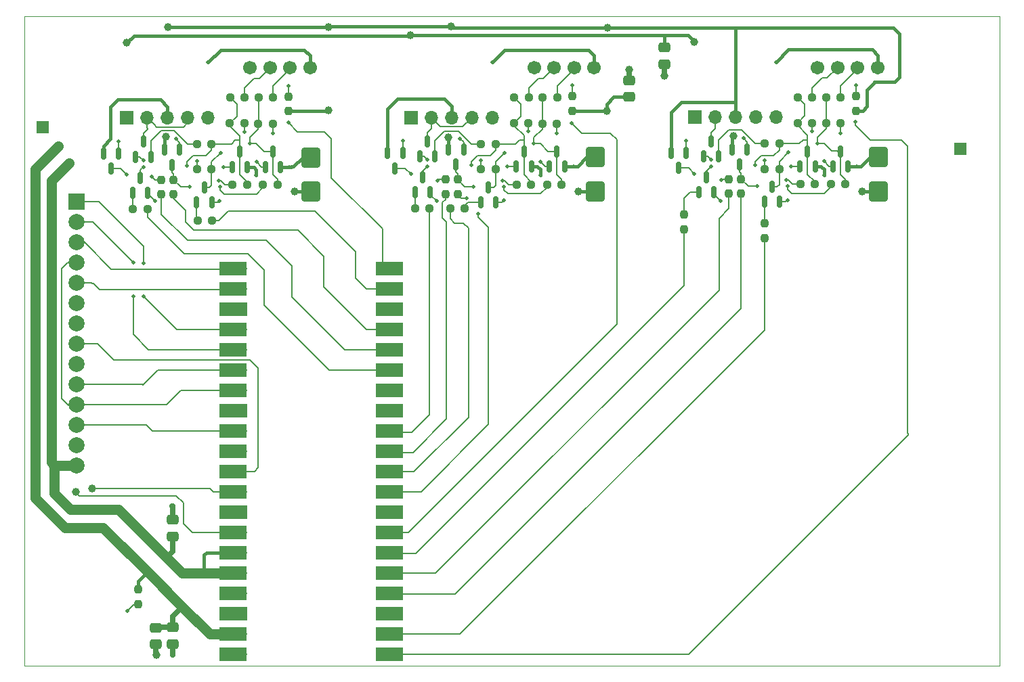
<source format=gbr>
%TF.GenerationSoftware,KiCad,Pcbnew,8.0.8*%
%TF.CreationDate,2025-11-10T08:34:54-07:00*%
%TF.ProjectId,WiegandTest,57696567-616e-4645-9465-73742e6b6963,A*%
%TF.SameCoordinates,Original*%
%TF.FileFunction,Copper,L1,Top*%
%TF.FilePolarity,Positive*%
%FSLAX46Y46*%
G04 Gerber Fmt 4.6, Leading zero omitted, Abs format (unit mm)*
G04 Created by KiCad (PCBNEW 8.0.8) date 2025-11-10 08:34:54*
%MOMM*%
%LPD*%
G01*
G04 APERTURE LIST*
G04 Aperture macros list*
%AMRoundRect*
0 Rectangle with rounded corners*
0 $1 Rounding radius*
0 $2 $3 $4 $5 $6 $7 $8 $9 X,Y pos of 4 corners*
0 Add a 4 corners polygon primitive as box body*
4,1,4,$2,$3,$4,$5,$6,$7,$8,$9,$2,$3,0*
0 Add four circle primitives for the rounded corners*
1,1,$1+$1,$2,$3*
1,1,$1+$1,$4,$5*
1,1,$1+$1,$6,$7*
1,1,$1+$1,$8,$9*
0 Add four rect primitives between the rounded corners*
20,1,$1+$1,$2,$3,$4,$5,0*
20,1,$1+$1,$4,$5,$6,$7,0*
20,1,$1+$1,$6,$7,$8,$9,0*
20,1,$1+$1,$8,$9,$2,$3,0*%
G04 Aperture macros list end*
%TA.AperFunction,ComponentPad*%
%ADD10C,1.701800*%
%TD*%
%TA.AperFunction,SMDPad,CuDef*%
%ADD11RoundRect,0.150000X-0.150000X0.587500X-0.150000X-0.587500X0.150000X-0.587500X0.150000X0.587500X0*%
%TD*%
%TA.AperFunction,SMDPad,CuDef*%
%ADD12RoundRect,0.237500X-0.250000X-0.237500X0.250000X-0.237500X0.250000X0.237500X-0.250000X0.237500X0*%
%TD*%
%TA.AperFunction,SMDPad,CuDef*%
%ADD13RoundRect,0.237500X0.250000X0.237500X-0.250000X0.237500X-0.250000X-0.237500X0.250000X-0.237500X0*%
%TD*%
%TA.AperFunction,ComponentPad*%
%ADD14R,1.500000X1.500000*%
%TD*%
%TA.AperFunction,SMDPad,CuDef*%
%ADD15RoundRect,0.150000X0.150000X-0.587500X0.150000X0.587500X-0.150000X0.587500X-0.150000X-0.587500X0*%
%TD*%
%TA.AperFunction,SMDPad,CuDef*%
%ADD16RoundRect,0.237500X-0.237500X0.250000X-0.237500X-0.250000X0.237500X-0.250000X0.237500X0.250000X0*%
%TD*%
%TA.AperFunction,SMDPad,CuDef*%
%ADD17RoundRect,0.250000X0.475000X-0.337500X0.475000X0.337500X-0.475000X0.337500X-0.475000X-0.337500X0*%
%TD*%
%TA.AperFunction,SMDPad,CuDef*%
%ADD18RoundRect,0.250000X-0.475000X0.337500X-0.475000X-0.337500X0.475000X-0.337500X0.475000X0.337500X0*%
%TD*%
%TA.AperFunction,ComponentPad*%
%ADD19R,1.700000X1.700000*%
%TD*%
%TA.AperFunction,ComponentPad*%
%ADD20O,1.700000X1.700000*%
%TD*%
%TA.AperFunction,SMDPad,CuDef*%
%ADD21RoundRect,0.250000X-0.900000X1.000000X-0.900000X-1.000000X0.900000X-1.000000X0.900000X1.000000X0*%
%TD*%
%TA.AperFunction,SMDPad,CuDef*%
%ADD22RoundRect,0.237500X0.237500X-0.250000X0.237500X0.250000X-0.237500X0.250000X-0.237500X-0.250000X0*%
%TD*%
%TA.AperFunction,SMDPad,CuDef*%
%ADD23R,3.500000X1.700000*%
%TD*%
%TA.AperFunction,ComponentPad*%
%ADD24R,2.000000X2.000000*%
%TD*%
%TA.AperFunction,ComponentPad*%
%ADD25C,2.000000*%
%TD*%
%TA.AperFunction,ViaPad*%
%ADD26C,1.000000*%
%TD*%
%TA.AperFunction,ViaPad*%
%ADD27C,0.500000*%
%TD*%
%TA.AperFunction,Conductor*%
%ADD28C,1.270000*%
%TD*%
%TA.AperFunction,Conductor*%
%ADD29C,0.381000*%
%TD*%
%TA.AperFunction,Conductor*%
%ADD30C,0.635000*%
%TD*%
%TA.AperFunction,Conductor*%
%ADD31C,0.203200*%
%TD*%
%TA.AperFunction,Profile*%
%ADD32C,0.050000*%
%TD*%
G04 APERTURE END LIST*
D10*
%TO.P,J10,1,Pin_1*%
%TO.N,GND*%
X98033200Y-58572400D03*
%TO.P,J10,2,Pin_2*%
%TO.N,Net-(J10-Pin_2)*%
X100533200Y-58572400D03*
%TO.P,J10,3,Pin_3*%
%TO.N,Net-(J10-Pin_3)*%
X103033200Y-58572400D03*
%TO.P,J10,4,Pin_4*%
%TO.N,Net-(J10-Pin_4)*%
X105533200Y-58572400D03*
%TD*%
D11*
%TO.P,D6,1,A*%
%TO.N,GND*%
X160197200Y-68766300D03*
%TO.P,D6,2,K*%
%TO.N,+3V3*%
X158297200Y-68766300D03*
%TO.P,D6,3,common*%
%TO.N,Net-(D6-common)*%
X159247200Y-70641300D03*
%TD*%
D12*
%TO.P,R29,1*%
%TO.N,Net-(D17-Pad2)*%
X91405700Y-68097400D03*
%TO.P,R29,2*%
%TO.N,Net-(D19-common)*%
X93230700Y-68097400D03*
%TD*%
D11*
%TO.P,D4,1,A*%
%TO.N,GND*%
X152576700Y-69217300D03*
%TO.P,D4,2,K*%
%TO.N,+3V3*%
X150676700Y-69217300D03*
%TO.P,D4,3,common*%
%TO.N,Net-(D4-common)*%
X151626700Y-71092300D03*
%TD*%
D13*
%TO.P,R35,1*%
%TO.N,Net-(D21-common)*%
X101485700Y-73177400D03*
%TO.P,R35,2*%
%TO.N,Net-(D22-common)*%
X99660700Y-73177400D03*
%TD*%
D14*
%TO.P,TP2,1,1*%
%TO.N,GND*%
X72110600Y-65989200D03*
%TD*%
D15*
%TO.P,Q1,1,G*%
%TO.N,Net-(Q1-G)*%
X154128300Y-74114900D03*
%TO.P,Q1,2,S*%
%TO.N,GND*%
X156028300Y-74114900D03*
%TO.P,Q1,3,D*%
%TO.N,Net-(D3-common)*%
X155078300Y-72239900D03*
%TD*%
%TO.P,D1,1*%
%TO.N,Net-(D1-Pad1)*%
X154715800Y-69619100D03*
%TO.P,D1,2*%
%TO.N,Net-(D1-Pad2)*%
X156615800Y-69619100D03*
%TO.P,D1,3*%
%TO.N,Net-(J1-Pin_2)*%
X155665800Y-67744100D03*
%TD*%
D16*
%TO.P,R12,1*%
%TO.N,Net-(Q2-G)*%
X162331400Y-78030700D03*
%TO.P,R12,2*%
%TO.N,/CPU/{slash}DA1_TX*%
X162331400Y-79855700D03*
%TD*%
D15*
%TO.P,Q7,1,G*%
%TO.N,Net-(Q7-G)*%
X91368200Y-75384900D03*
%TO.P,Q7,2,S*%
%TO.N,GND*%
X93268200Y-75384900D03*
%TO.P,Q7,3,D*%
%TO.N,Net-(D21-common)*%
X92318200Y-73509900D03*
%TD*%
%TO.P,Q2,1,G*%
%TO.N,Net-(Q2-G)*%
X162335800Y-75334100D03*
%TO.P,Q2,2,S*%
%TO.N,GND*%
X164235800Y-75334100D03*
%TO.P,Q2,3,D*%
%TO.N,Net-(D5-common)*%
X163285800Y-73459100D03*
%TD*%
D12*
%TO.P,R27,1*%
%TO.N,Net-(Q4-G)*%
X118639900Y-76168400D03*
%TO.P,R27,2*%
%TO.N,/CPU/{slash}DB0_TX*%
X120464900Y-76168400D03*
%TD*%
%TO.P,R10,1*%
%TO.N,Net-(D5-common)*%
X170029500Y-65506600D03*
%TO.P,R10,2*%
%TO.N,GND*%
X171854500Y-65506600D03*
%TD*%
D11*
%TO.P,D22,1,A*%
%TO.N,GND*%
X89229600Y-68817100D03*
%TO.P,D22,2,K*%
%TO.N,+3V3*%
X87329600Y-68817100D03*
%TO.P,D22,3,common*%
%TO.N,Net-(D22-common)*%
X88279600Y-70692100D03*
%TD*%
D17*
%TO.P,C6,1*%
%TO.N,+3V3*%
X145409600Y-62200700D03*
%TO.P,C6,2*%
%TO.N,GND*%
X145409600Y-60125700D03*
%TD*%
D16*
%TO.P,R5,1*%
%TO.N,Net-(D4-common)*%
X157911800Y-72493500D03*
%TO.P,R5,2*%
%TO.N,/CPU/DA0_RX*%
X157911800Y-74318500D03*
%TD*%
D18*
%TO.P,C1,1*%
%TO.N,+5V*%
X88366600Y-128578700D03*
%TO.P,C1,2*%
%TO.N,GND*%
X88366600Y-130653700D03*
%TD*%
D16*
%TO.P,R13,1*%
%TO.N,Net-(D7-A)*%
X173786800Y-62104900D03*
%TO.P,R13,2*%
%TO.N,+3V3*%
X173786800Y-63929900D03*
%TD*%
%TO.P,R24,1*%
%TO.N,Net-(D16-common)*%
X123972000Y-72512700D03*
%TO.P,R24,2*%
%TO.N,/CPU/DB0_RX*%
X123972000Y-74337700D03*
%TD*%
D18*
%TO.P,C4,1*%
%TO.N,+5V*%
X149822000Y-56032400D03*
%TO.P,C4,2*%
%TO.N,GND*%
X149822000Y-58107400D03*
%TD*%
D14*
%TO.P,TP1,1,1*%
%TO.N,GND*%
X186842400Y-68656200D03*
%TD*%
D12*
%TO.P,R9,1*%
%TO.N,Net-(D3-common)*%
X166473500Y-65455800D03*
%TO.P,R9,2*%
%TO.N,GND*%
X168298500Y-65455800D03*
%TD*%
D15*
%TO.P,Q4,1,G*%
%TO.N,Net-(Q4-G)*%
X118664500Y-74134100D03*
%TO.P,Q4,2,S*%
%TO.N,GND*%
X120564500Y-74134100D03*
%TO.P,Q4,3,D*%
%TO.N,Net-(D13-common)*%
X119614500Y-72259100D03*
%TD*%
D16*
%TO.P,R8,1*%
%TO.N,Net-(D6-common)*%
X159435800Y-72493500D03*
%TO.P,R8,2*%
%TO.N,/CPU/DA1_RX*%
X159435800Y-74318500D03*
%TD*%
D19*
%TO.P,J1,1,Pin_1*%
%TO.N,+5V*%
X153613400Y-64750800D03*
D20*
%TO.P,J1,2,Pin_2*%
%TO.N,Net-(J1-Pin_2)*%
X156153400Y-64750800D03*
%TO.P,J1,3,Pin_3*%
%TO.N,+3V3*%
X158693400Y-64750800D03*
%TO.P,J1,4,Pin_4*%
%TO.N,Net-(J1-Pin_2)*%
X161233400Y-64750800D03*
%TO.P,J1,5,Pin_5*%
%TO.N,Net-(J1-Pin_5)*%
X163773400Y-64750800D03*
%TD*%
D11*
%TO.P,D14,1,A*%
%TO.N,GND*%
X117112900Y-69236500D03*
%TO.P,D14,2,K*%
%TO.N,+3V3*%
X115212900Y-69236500D03*
%TO.P,D14,3,common*%
%TO.N,Net-(D14-common)*%
X116162900Y-71111500D03*
%TD*%
D12*
%TO.P,R1,1*%
%TO.N,Net-(D1-Pad2)*%
X162373300Y-68046600D03*
%TO.P,R1,2*%
%TO.N,Net-(D3-common)*%
X164198300Y-68046600D03*
%TD*%
D13*
%TO.P,R32,1*%
%TO.N,Net-(D19-common)*%
X97675700Y-73177400D03*
%TO.P,R32,2*%
%TO.N,Net-(D20-common)*%
X95850700Y-73177400D03*
%TD*%
D11*
%TO.P,D20,1,A*%
%TO.N,GND*%
X81609100Y-69268100D03*
%TO.P,D20,2,K*%
%TO.N,+3V3*%
X79709100Y-69268100D03*
%TO.P,D20,3,common*%
%TO.N,Net-(D20-common)*%
X80659100Y-71143100D03*
%TD*%
D13*
%TO.P,R19,1*%
%TO.N,Net-(J7-Pin_2)*%
X132860100Y-62249200D03*
%TO.P,R19,2*%
%TO.N,Net-(D13-common)*%
X131035100Y-62249200D03*
%TD*%
D17*
%TO.P,C2,1*%
%TO.N,+3V3*%
X88341200Y-117166300D03*
%TO.P,C2,2*%
%TO.N,GND*%
X88341200Y-115091300D03*
%TD*%
D15*
%TO.P,D3,1,A*%
%TO.N,GND*%
X166780800Y-70889100D03*
%TO.P,D3,2,K*%
%TO.N,Net-(D2-K)*%
X168680800Y-70889100D03*
%TO.P,D3,3,common*%
%TO.N,Net-(D3-common)*%
X167730800Y-69014100D03*
%TD*%
%TO.P,D17,1*%
%TO.N,Net-(D17-Pad1)*%
X83748200Y-69669900D03*
%TO.P,D17,2*%
%TO.N,Net-(D17-Pad2)*%
X85648200Y-69669900D03*
%TO.P,D17,3*%
%TO.N,Net-(J8-Pin_2)*%
X84698200Y-67794900D03*
%TD*%
D11*
%TO.P,D16,1,A*%
%TO.N,GND*%
X124733400Y-68785500D03*
%TO.P,D16,2,K*%
%TO.N,+3V3*%
X122833400Y-68785500D03*
%TO.P,D16,3,common*%
%TO.N,Net-(D16-common)*%
X123783400Y-70660500D03*
%TD*%
D15*
%TO.P,D19,1,A*%
%TO.N,GND*%
X95813200Y-70939900D03*
%TO.P,D19,2,K*%
%TO.N,Net-(D18-K)*%
X97713200Y-70939900D03*
%TO.P,D19,3,common*%
%TO.N,Net-(D19-common)*%
X96763200Y-69064900D03*
%TD*%
D13*
%TO.P,R34,1*%
%TO.N,Net-(J10-Pin_3)*%
X100912300Y-62280800D03*
%TO.P,R34,2*%
%TO.N,Net-(D21-common)*%
X99087300Y-62280800D03*
%TD*%
D15*
%TO.P,Q6,1,G*%
%TO.N,Net-(Q6-G)*%
X83352600Y-74165700D03*
%TO.P,Q6,2,S*%
%TO.N,GND*%
X85252600Y-74165700D03*
%TO.P,Q6,3,D*%
%TO.N,Net-(D19-common)*%
X84302600Y-72290700D03*
%TD*%
D13*
%TO.P,R7,1*%
%TO.N,Net-(D5-common)*%
X172453300Y-73126600D03*
%TO.P,R7,2*%
%TO.N,Net-(D6-common)*%
X170628300Y-73126600D03*
%TD*%
D18*
%TO.P,C3,1*%
%TO.N,+5V*%
X86283800Y-128600200D03*
%TO.P,C3,2*%
%TO.N,GND*%
X86283800Y-130675200D03*
%TD*%
D12*
%TO.P,R2,1*%
%TO.N,Net-(D1-Pad1)*%
X162373300Y-71221600D03*
%TO.P,R2,2*%
%TO.N,Net-(D5-common)*%
X164198300Y-71221600D03*
%TD*%
D21*
%TO.P,D2,1,K*%
%TO.N,Net-(D2-K)*%
X176620800Y-69706600D03*
%TO.P,D2,2,A*%
%TO.N,GND*%
X176620800Y-74006600D03*
%TD*%
D16*
%TO.P,R41,1*%
%TO.N,Net-(D23-A)*%
X138323000Y-62124100D03*
%TO.P,R41,2*%
%TO.N,+3V3*%
X138323000Y-63949100D03*
%TD*%
D13*
%TO.P,R20,1*%
%TO.N,Net-(D13-common)*%
X133179500Y-73145800D03*
%TO.P,R20,2*%
%TO.N,Net-(D14-common)*%
X131354500Y-73145800D03*
%TD*%
D21*
%TO.P,D12,1,K*%
%TO.N,Net-(D12-K)*%
X141157000Y-69725800D03*
%TO.P,D12,2,A*%
%TO.N,GND*%
X141157000Y-74025800D03*
%TD*%
D12*
%TO.P,R25,1*%
%TO.N,Net-(D13-common)*%
X131009700Y-65475000D03*
%TO.P,R25,2*%
%TO.N,GND*%
X132834700Y-65475000D03*
%TD*%
%TO.P,R18,1*%
%TO.N,Net-(D11-Pad1)*%
X126909500Y-71240800D03*
%TO.P,R18,2*%
%TO.N,Net-(D15-common)*%
X128734500Y-71240800D03*
%TD*%
%TO.P,R30,1*%
%TO.N,Net-(D17-Pad1)*%
X91405700Y-71272400D03*
%TO.P,R30,2*%
%TO.N,Net-(D21-common)*%
X93230700Y-71272400D03*
%TD*%
D10*
%TO.P,J7,1,Pin_1*%
%TO.N,GND*%
X133537000Y-58540800D03*
%TO.P,J7,2,Pin_2*%
%TO.N,Net-(J7-Pin_2)*%
X136037000Y-58540800D03*
%TO.P,J7,3,Pin_3*%
%TO.N,Net-(J7-Pin_3)*%
X138537000Y-58540800D03*
%TO.P,J7,4,Pin_4*%
%TO.N,Net-(J5-Pin_5)*%
X141037000Y-58540800D03*
%TD*%
D12*
%TO.P,R17,1*%
%TO.N,Net-(D11-Pad2)*%
X126909500Y-68065800D03*
%TO.P,R17,2*%
%TO.N,Net-(D13-common)*%
X128734500Y-68065800D03*
%TD*%
D15*
%TO.P,D21,1,A*%
%TO.N,GND*%
X99943200Y-70939900D03*
%TO.P,D21,2,K*%
%TO.N,Net-(D18-K)*%
X101843200Y-70939900D03*
%TO.P,D21,3,common*%
%TO.N,Net-(D21-common)*%
X100893200Y-69064900D03*
%TD*%
D12*
%TO.P,R38,1*%
%TO.N,Net-(D21-common)*%
X99061900Y-65557400D03*
%TO.P,R38,2*%
%TO.N,GND*%
X100886900Y-65557400D03*
%TD*%
D15*
%TO.P,Q5,1,G*%
%TO.N,Net-(Q5-G)*%
X126872000Y-75353300D03*
%TO.P,Q5,2,S*%
%TO.N,GND*%
X128772000Y-75353300D03*
%TO.P,Q5,3,D*%
%TO.N,Net-(D15-common)*%
X127822000Y-73478300D03*
%TD*%
D13*
%TO.P,R31,1*%
%TO.N,Net-(J10-Pin_2)*%
X97356300Y-62280800D03*
%TO.P,R31,2*%
%TO.N,Net-(D19-common)*%
X95531300Y-62280800D03*
%TD*%
D10*
%TO.P,J3,1,Pin_1*%
%TO.N,GND*%
X169000800Y-58521600D03*
%TO.P,J3,2,Pin_2*%
%TO.N,Net-(J3-Pin_2)*%
X171500800Y-58521600D03*
%TO.P,J3,3,Pin_3*%
%TO.N,Net-(J3-Pin_3)*%
X174000800Y-58521600D03*
%TO.P,J3,4,Pin_4*%
%TO.N,Net-(J1-Pin_5)*%
X176500800Y-58521600D03*
%TD*%
D16*
%TO.P,R36,1*%
%TO.N,Net-(D22-common)*%
X88468200Y-72544300D03*
%TO.P,R36,2*%
%TO.N,/CPU/DC1_RX*%
X88468200Y-74369300D03*
%TD*%
%TO.P,R21,1*%
%TO.N,Net-(D14-common)*%
X122448000Y-72512700D03*
%TO.P,R21,2*%
%TO.N,/CPU/DB1_RX*%
X122448000Y-74337700D03*
%TD*%
D13*
%TO.P,R23,1*%
%TO.N,Net-(D15-common)*%
X136989500Y-73145800D03*
%TO.P,R23,2*%
%TO.N,Net-(D16-common)*%
X135164500Y-73145800D03*
%TD*%
D12*
%TO.P,R40,1*%
%TO.N,Net-(Q7-G)*%
X91467300Y-77673200D03*
%TO.P,R40,2*%
%TO.N,/CPU/{slash}DC1_TX*%
X93292300Y-77673200D03*
%TD*%
D13*
%TO.P,R3,1*%
%TO.N,Net-(J3-Pin_2)*%
X168323900Y-62230000D03*
%TO.P,R3,2*%
%TO.N,Net-(D3-common)*%
X166498900Y-62230000D03*
%TD*%
D15*
%TO.P,D11,1*%
%TO.N,Net-(D11-Pad1)*%
X119252000Y-69638300D03*
%TO.P,D11,2*%
%TO.N,Net-(D11-Pad2)*%
X121152000Y-69638300D03*
%TO.P,D11,3*%
%TO.N,Net-(J5-Pin_2)*%
X120202000Y-67763300D03*
%TD*%
D13*
%TO.P,R6,1*%
%TO.N,Net-(J3-Pin_3)*%
X171879900Y-62230000D03*
%TO.P,R6,2*%
%TO.N,Net-(D5-common)*%
X170054900Y-62230000D03*
%TD*%
D15*
%TO.P,D5,1,A*%
%TO.N,GND*%
X170910800Y-70889100D03*
%TO.P,D5,2,K*%
%TO.N,Net-(D2-K)*%
X172810800Y-70889100D03*
%TO.P,D5,3,common*%
%TO.N,Net-(D5-common)*%
X171860800Y-69014100D03*
%TD*%
D16*
%TO.P,R42,1*%
%TO.N,Net-(D24-A)*%
X102819200Y-62155700D03*
%TO.P,R42,2*%
%TO.N,+3V3*%
X102819200Y-63980700D03*
%TD*%
D22*
%TO.P,R14,1*%
%TO.N,Net-(D9-A)*%
X84074000Y-125651900D03*
%TO.P,R14,2*%
%TO.N,+5V*%
X84074000Y-123826900D03*
%TD*%
D21*
%TO.P,D18,1,K*%
%TO.N,Net-(D18-K)*%
X105653200Y-69757400D03*
%TO.P,D18,2,A*%
%TO.N,GND*%
X105653200Y-74057400D03*
%TD*%
D13*
%TO.P,R4,1*%
%TO.N,Net-(D3-common)*%
X168643300Y-73126600D03*
%TO.P,R4,2*%
%TO.N,Net-(D4-common)*%
X166818300Y-73126600D03*
%TD*%
D15*
%TO.P,D15,1,A*%
%TO.N,GND*%
X135447000Y-70908300D03*
%TO.P,D15,2,K*%
%TO.N,Net-(D12-K)*%
X137347000Y-70908300D03*
%TO.P,D15,3,common*%
%TO.N,Net-(D15-common)*%
X136397000Y-69033300D03*
%TD*%
D12*
%TO.P,R37,1*%
%TO.N,Net-(D19-common)*%
X95505900Y-65506600D03*
%TO.P,R37,2*%
%TO.N,GND*%
X97330900Y-65506600D03*
%TD*%
D20*
%TO.P,U1,1,GPIO0_TX0_SDA0_MISO0*%
%TO.N,/CPU/ACTIVE_A*%
X114579400Y-131927600D03*
D23*
X115479400Y-131927600D03*
D20*
%TO.P,U1,2,GPIO1_RX0_SCL0_CS0*%
%TO.N,/CPU/{slash}DA1_TX*%
X114579400Y-129387600D03*
D23*
X115479400Y-129387600D03*
D19*
%TO.P,U1,3,GND*%
%TO.N,GND*%
X114579400Y-126847600D03*
D23*
X115479400Y-126847600D03*
D20*
%TO.P,U1,4,GPIO2_SCK0*%
%TO.N,/CPU/DA1_RX*%
X114579400Y-124307600D03*
D23*
X115479400Y-124307600D03*
D20*
%TO.P,U1,5,GPIO3_MOSI0*%
%TO.N,/CPU/DA0_RX*%
X114579400Y-121767600D03*
D23*
X115479400Y-121767600D03*
D20*
%TO.P,U1,6,GPIO4_TX1_MISO0*%
%TO.N,/CPU/{slash}DA0_TX*%
X114579400Y-119227600D03*
D23*
X115479400Y-119227600D03*
D20*
%TO.P,U1,7,GPIO5_RX1_CS0*%
%TO.N,/CPU/ACTIVE_B*%
X114579400Y-116687600D03*
D23*
X115479400Y-116687600D03*
D19*
%TO.P,U1,8,GND*%
%TO.N,GND*%
X114579400Y-114147600D03*
D23*
X115479400Y-114147600D03*
D20*
%TO.P,U1,9,GPIO6_SCK0*%
%TO.N,/CPU/DB0_RX*%
X114579400Y-111607600D03*
D23*
X115479400Y-111607600D03*
D20*
%TO.P,U1,10,GPIO7_MOSI0*%
%TO.N,/CPU/{slash}DB1_TX*%
X114579400Y-109067600D03*
D23*
X115479400Y-109067600D03*
D20*
%TO.P,U1,11,GPIO8*%
%TO.N,/CPU/DB1_RX*%
X114579400Y-106527600D03*
D23*
X115479400Y-106527600D03*
D20*
%TO.P,U1,12,GPIO9*%
%TO.N,/CPU/{slash}DB0_TX*%
X114579400Y-103987600D03*
D23*
X115479400Y-103987600D03*
D19*
%TO.P,U1,13,GND*%
%TO.N,GND*%
X114579400Y-101447600D03*
D23*
X115479400Y-101447600D03*
D20*
%TO.P,U1,14,GPIO10*%
%TO.N,unconnected-(U1-GPIO10-Pad14)*%
X114579400Y-98907600D03*
D23*
%TO.N,unconnected-(U1-GPIO10-Pad14)_1*%
X115479400Y-98907600D03*
D20*
%TO.P,U1,15,GPIO11*%
%TO.N,/CPU/{slash}DC0_TX*%
X114579400Y-96367600D03*
D23*
X115479400Y-96367600D03*
D20*
%TO.P,U1,16,GPIO12/UART0TX*%
%TO.N,/CPU/DC0_RX*%
X114579400Y-93827600D03*
D23*
X115479400Y-93827600D03*
D20*
%TO.P,U1,17,GPIO13/UART0RX*%
%TO.N,/CPU/DC1_RX*%
X114579400Y-91287600D03*
D23*
X115479400Y-91287600D03*
D19*
%TO.P,U1,18,GND*%
%TO.N,GND*%
X114579400Y-88747600D03*
D23*
X115479400Y-88747600D03*
D20*
%TO.P,U1,19,GPIO14/I2C1SDA*%
%TO.N,/CPU/{slash}DC1_TX*%
X114579400Y-86207600D03*
D23*
X115479400Y-86207600D03*
D20*
%TO.P,U1,20,GPIO15/I2C1SCL*%
%TO.N,/CPU/ACTIVE_C*%
X114579400Y-83667600D03*
D23*
X115479400Y-83667600D03*
D20*
%TO.P,U1,21,GPIO16_TX0_SDA0*%
%TO.N,SDA0*%
X96799400Y-83667600D03*
D23*
X95899400Y-83667600D03*
D20*
%TO.P,U1,22,GPIO17_RX0_SCL0*%
%TO.N,SCL0*%
X96799400Y-86207600D03*
D23*
X95899400Y-86207600D03*
D19*
%TO.P,U1,23,GND*%
%TO.N,GND*%
X96799400Y-88747600D03*
D23*
X95899400Y-88747600D03*
D20*
%TO.P,U1,24,GPIO18*%
%TO.N,SD_CS*%
X96799400Y-91287600D03*
D23*
X95899400Y-91287600D03*
D20*
%TO.P,U1,25,GPIO19*%
%TO.N,CTP_INT*%
X96799400Y-93827600D03*
D23*
X95899400Y-93827600D03*
D20*
%TO.P,U1,26,GPIO20*%
%TO.N,LCD_RS*%
X96799400Y-96367600D03*
D23*
X95899400Y-96367600D03*
D20*
%TO.P,U1,27,GPIO21*%
%TO.N,LCD_RST*%
X96799400Y-98907600D03*
D23*
X95899400Y-98907600D03*
D19*
%TO.P,U1,28,GND*%
%TO.N,GND*%
X96799400Y-101447600D03*
D23*
X95899400Y-101447600D03*
D20*
%TO.P,U1,29,GPIO22*%
%TO.N,LCD_CS*%
X96799400Y-103987600D03*
D23*
X95899400Y-103987600D03*
D20*
%TO.P,U1,30,RUN*%
%TO.N,unconnected-(U1-RUN-Pad30)_1*%
X96799400Y-106527600D03*
D23*
%TO.N,unconnected-(U1-RUN-Pad30)*%
X95899400Y-106527600D03*
D20*
%TO.P,U1,31,GPIO26_ADC0*%
%TO.N,LCD_SCK*%
X96799400Y-109067600D03*
D23*
X95899400Y-109067600D03*
D20*
%TO.P,U1,32,GPIO27_ADC1*%
%TO.N,LCD_MOSI*%
X96799400Y-111607600D03*
D23*
X95899400Y-111607600D03*
D19*
%TO.P,U1,33,AGND*%
%TO.N,GND*%
X96799400Y-114147600D03*
D23*
X95899400Y-114147600D03*
D20*
%TO.P,U1,34,GPIO28_ADC2*%
%TO.N,LCD_MISO*%
X96799400Y-116687600D03*
D23*
X95899400Y-116687600D03*
D20*
%TO.P,U1,35,ADC_VREF*%
%TO.N,+3V3*%
X96799400Y-119227600D03*
D23*
X95899400Y-119227600D03*
D20*
%TO.P,U1,36,3V3*%
X96799400Y-121767600D03*
D23*
X95899400Y-121767600D03*
D20*
%TO.P,U1,37,3V3_EN*%
%TO.N,unconnected-(U1-3V3_EN-Pad37)_1*%
X96799400Y-124307600D03*
D23*
%TO.N,unconnected-(U1-3V3_EN-Pad37)*%
X95899400Y-124307600D03*
D19*
%TO.P,U1,38,GND*%
%TO.N,GND*%
X96799400Y-126847600D03*
D23*
X95899400Y-126847600D03*
D20*
%TO.P,U1,39,VSYS*%
%TO.N,+5V*%
X96799400Y-129387600D03*
D23*
X95899400Y-129387600D03*
D20*
%TO.P,U1,40,VBUS*%
%TO.N,unconnected-(U1-VBUS-Pad40)*%
X96799400Y-131927600D03*
D23*
%TO.N,unconnected-(U1-VBUS-Pad40)_1*%
X95899400Y-131927600D03*
%TD*%
D12*
%TO.P,R26,1*%
%TO.N,Net-(D15-common)*%
X134565700Y-65525800D03*
%TO.P,R26,2*%
%TO.N,GND*%
X136390700Y-65525800D03*
%TD*%
D16*
%TO.P,R33,1*%
%TO.N,Net-(D20-common)*%
X86944200Y-72544300D03*
%TO.P,R33,2*%
%TO.N,/CPU/DC0_RX*%
X86944200Y-74369300D03*
%TD*%
%TO.P,R11,1*%
%TO.N,Net-(Q1-G)*%
X152298400Y-76913100D03*
%TO.P,R11,2*%
%TO.N,/CPU/{slash}DA0_TX*%
X152298400Y-78738100D03*
%TD*%
D15*
%TO.P,D13,1,A*%
%TO.N,GND*%
X131317000Y-70908300D03*
%TO.P,D13,2,K*%
%TO.N,Net-(D12-K)*%
X133217000Y-70908300D03*
%TO.P,D13,3,common*%
%TO.N,Net-(D13-common)*%
X132267000Y-69033300D03*
%TD*%
D12*
%TO.P,R39,1*%
%TO.N,Net-(Q6-G)*%
X83390100Y-76250800D03*
%TO.P,R39,2*%
%TO.N,/CPU/{slash}DC0_TX*%
X85215100Y-76250800D03*
%TD*%
D13*
%TO.P,R22,1*%
%TO.N,Net-(J7-Pin_3)*%
X136416100Y-62249200D03*
%TO.P,R22,2*%
%TO.N,Net-(D15-common)*%
X134591100Y-62249200D03*
%TD*%
D19*
%TO.P,J5,1,Pin_1*%
%TO.N,+5V*%
X118149600Y-64770000D03*
D20*
%TO.P,J5,2,Pin_2*%
%TO.N,Net-(J5-Pin_2)*%
X120689600Y-64770000D03*
%TO.P,J5,3,Pin_3*%
%TO.N,+3V3*%
X123229600Y-64770000D03*
%TO.P,J5,4,Pin_4*%
%TO.N,Net-(J5-Pin_2)*%
X125769600Y-64770000D03*
%TO.P,J5,5,Pin_5*%
%TO.N,Net-(J5-Pin_5)*%
X128309600Y-64770000D03*
%TD*%
D19*
%TO.P,J8,1,Pin_1*%
%TO.N,+5V*%
X82645800Y-64801600D03*
D20*
%TO.P,J8,2,Pin_2*%
%TO.N,Net-(J8-Pin_2)*%
X85185800Y-64801600D03*
%TO.P,J8,3,Pin_3*%
%TO.N,+3V3*%
X87725800Y-64801600D03*
%TO.P,J8,4,Pin_4*%
%TO.N,Net-(J8-Pin_2)*%
X90265800Y-64801600D03*
%TO.P,J8,5,Pin_5*%
%TO.N,Net-(J10-Pin_4)*%
X92805800Y-64801600D03*
%TD*%
D13*
%TO.P,R28,1*%
%TO.N,Net-(Q5-G)*%
X124873700Y-76149200D03*
%TO.P,R28,2*%
%TO.N,/CPU/{slash}DB1_TX*%
X123048700Y-76149200D03*
%TD*%
D24*
%TO.P,J4,1,Pin_1*%
%TO.N,SD_CS*%
X76327000Y-75336400D03*
D25*
%TO.P,J4,2,Pin_2*%
%TO.N,CTP_INT*%
X76327000Y-77876400D03*
%TO.P,J4,3,Pin_3*%
%TO.N,SDA0*%
X76327000Y-80416400D03*
%TO.P,J4,4,Pin_4*%
%TO.N,LCD_RST*%
X76327000Y-82956400D03*
%TO.P,J4,5,Pin_5*%
%TO.N,SCL0*%
X76327000Y-85496400D03*
%TO.P,J4,6,Pin_6*%
%TO.N,LCD_MISO*%
X76327000Y-88036400D03*
%TO.P,J4,7,Pin_7*%
%TO.N,unconnected-(J4-Pin_7-Pad7)*%
X76327000Y-90576400D03*
%TO.P,J4,8,Pin_8*%
%TO.N,LCD_SCK*%
X76327000Y-93116400D03*
%TO.P,J4,9,Pin_9*%
%TO.N,LCD_MOSI*%
X76327000Y-95656400D03*
%TO.P,J4,10,Pin_10*%
%TO.N,LCD_RS*%
X76327000Y-98196400D03*
%TO.P,J4,11,Pin_11*%
%TO.N,LCD_RST*%
X76327000Y-100736400D03*
%TO.P,J4,12,Pin_12*%
%TO.N,LCD_CS*%
X76327000Y-103276400D03*
%TO.P,J4,13,Pin_13*%
%TO.N,GND*%
X76327000Y-105816400D03*
%TO.P,J4,14,Pin_14*%
%TO.N,+3V3*%
X76327000Y-108356400D03*
%TD*%
D26*
%TO.N,+5V*%
X82645800Y-55428600D03*
X153593800Y-55295800D03*
X118104600Y-54457600D03*
X74066400Y-68351400D03*
%TO.N,GND*%
X174574200Y-73990200D03*
D27*
X130195000Y-70910600D03*
X86156800Y-75184000D03*
D26*
X145435000Y-58801000D03*
D27*
X169799000Y-70256400D03*
X156819600Y-75184000D03*
D26*
X86334600Y-132003800D03*
D27*
X124251400Y-67380000D03*
X159715200Y-67360800D03*
X171856400Y-66725800D03*
D26*
X149809200Y-59537600D03*
D27*
X129737800Y-75152400D03*
X88315800Y-113385600D03*
X88747600Y-67411600D03*
X152577800Y-67691000D03*
X98831400Y-70307200D03*
X117114000Y-67710200D03*
D26*
X103606600Y-74041000D03*
D27*
X100888800Y-66776600D03*
X134335200Y-70275600D03*
X88392000Y-132003800D03*
X168300400Y-66497200D03*
X132836600Y-66516400D03*
D26*
X139110400Y-74009400D03*
D27*
X136392600Y-66745000D03*
X121355800Y-75203200D03*
X97332800Y-66548000D03*
X165201600Y-75133200D03*
X94691200Y-70942200D03*
X94234000Y-75184000D03*
X165658800Y-70891400D03*
X81610200Y-67741800D03*
D26*
%TO.N,+3V3*%
X122833400Y-67291400D03*
X142641000Y-63982600D03*
X142691800Y-53543200D03*
X107848400Y-53416200D03*
X87477600Y-67175000D03*
X87745400Y-53416200D03*
X123184600Y-53390800D03*
X158445200Y-67124200D03*
X107823000Y-63906400D03*
X75387200Y-70459600D03*
D27*
%TO.N,Net-(D4-common)*%
X156921200Y-72618600D03*
X165049200Y-72618600D03*
X153593800Y-71831200D03*
%TO.N,Net-(D1-Pad1)*%
X155651200Y-70053200D03*
X162356800Y-70128003D03*
%TO.N,Net-(D2-K)*%
X173913800Y-70889100D03*
X169773600Y-71983600D03*
%TO.N,/CPU/DB0_RX*%
X125113839Y-74838426D03*
X126568200Y-76784200D03*
%TO.N,Net-(D6-common)*%
X161417000Y-73380600D03*
X165252400Y-73380600D03*
%TO.N,Net-(D7-A)*%
X173786800Y-60731400D03*
%TO.N,Net-(D14-common)*%
X118130000Y-71850400D03*
X121457400Y-72637800D03*
X129585400Y-72637800D03*
%TO.N,Net-(D9-A)*%
X82651600Y-126542800D03*
%TO.N,Net-(D11-Pad1)*%
X120187400Y-70072400D03*
X126893000Y-70147203D03*
%TO.N,Net-(D12-K)*%
X134309800Y-72002800D03*
X138450000Y-70908300D03*
%TO.N,Net-(D13-common)*%
X120187400Y-70910600D03*
X125673800Y-70758200D03*
%TO.N,Net-(J1-Pin_5)*%
X163773400Y-57841600D03*
%TO.N,Net-(D17-Pad1)*%
X91389200Y-70178803D03*
X84683600Y-70104000D03*
%TO.N,Net-(D18-K)*%
X102946200Y-70939900D03*
X98806000Y-72034400D03*
%TO.N,Net-(D19-common)*%
X84683600Y-70942200D03*
X90170000Y-70789800D03*
%TO.N,Net-(D21-common)*%
X98018600Y-68046600D03*
X94361000Y-69189600D03*
D26*
%TO.N,LCD_MOSI*%
X78257400Y-111175800D03*
D27*
%TO.N,Net-(D16-common)*%
X129788600Y-73399800D03*
X125953200Y-73399800D03*
%TO.N,Net-(D3-common)*%
X155651200Y-70891400D03*
X161137600Y-70739000D03*
%TO.N,Net-(D5-common)*%
X165328600Y-69138800D03*
X168986200Y-67995800D03*
%TO.N,Net-(D20-common)*%
X85775800Y-72186800D03*
X94081600Y-72669400D03*
X82626200Y-71882000D03*
%TO.N,Net-(D22-common)*%
X94284800Y-73431400D03*
X90449400Y-73431400D03*
%TO.N,Net-(D15-common)*%
X133522400Y-68015000D03*
X129864800Y-69158000D03*
%TO.N,Net-(J5-Pin_5)*%
X128309600Y-57860800D03*
%TO.N,CTP_INT*%
X83464400Y-87122000D03*
X83464400Y-82931000D03*
%TO.N,Net-(J10-Pin_4)*%
X92805800Y-57892400D03*
D26*
%TO.N,LCD_MISO*%
X76225400Y-111633000D03*
D27*
%TO.N,/CPU/ACTIVE_A*%
X173736000Y-65278000D03*
%TO.N,Net-(D23-A)*%
X138323000Y-60750600D03*
%TO.N,/CPU/ACTIVE_B*%
X138272200Y-65455800D03*
%TO.N,Net-(D24-A)*%
X102819200Y-60782200D03*
%TO.N,/CPU/ACTIVE_C*%
X102819200Y-65430400D03*
%TO.N,SD_CS*%
X84683600Y-87122000D03*
X84709000Y-83007200D03*
%TD*%
D28*
%TO.N,+5V*%
X71145400Y-71272400D02*
X74066400Y-68351400D01*
X93011986Y-129438400D02*
X89571693Y-125998107D01*
D29*
X84074000Y-123826900D02*
X84074000Y-122758200D01*
X82645800Y-55428600D02*
X83515200Y-54559200D01*
D28*
X96748600Y-129438400D02*
X93011986Y-129438400D01*
D29*
X84074000Y-122758200D02*
X85202893Y-121629307D01*
D30*
X88366600Y-128578700D02*
X86305300Y-128578700D01*
X88366600Y-128578700D02*
X88366600Y-127203200D01*
D28*
X79676986Y-116103400D02*
X74904600Y-116103400D01*
D29*
X149822000Y-56032400D02*
X149822000Y-54521000D01*
X149860000Y-54483000D02*
X149961600Y-54483000D01*
X149961600Y-54483000D02*
X152781000Y-54483000D01*
D30*
X86305300Y-128578700D02*
X86283800Y-128600200D01*
D29*
X83515200Y-54559200D02*
X118003000Y-54559200D01*
D28*
X85202893Y-121629307D02*
X79676986Y-116103400D01*
X89571693Y-125998107D02*
X85202893Y-121629307D01*
X71145400Y-112344200D02*
X71145400Y-71272400D01*
D29*
X152781000Y-54483000D02*
X153613400Y-55315400D01*
X149936200Y-54457600D02*
X149961600Y-54483000D01*
X118003000Y-54559200D02*
X118104600Y-54457600D01*
X118104600Y-54457600D02*
X149936200Y-54457600D01*
D28*
X96799400Y-129387600D02*
X96748600Y-129438400D01*
D30*
X88366600Y-127203200D02*
X89571693Y-125998107D01*
D29*
X149822000Y-54521000D02*
X149860000Y-54483000D01*
D28*
X74904600Y-116103400D02*
X71145400Y-112344200D01*
D30*
%TO.N,GND*%
X88366600Y-131978400D02*
X88392000Y-132003800D01*
D31*
X134967900Y-70908300D02*
X135447000Y-70908300D01*
X85252600Y-74279800D02*
X85252600Y-74165700D01*
X98831400Y-70307200D02*
X99464100Y-70939900D01*
X169799000Y-70256400D02*
X170431700Y-70889100D01*
X152576700Y-67692100D02*
X152577800Y-67691000D01*
X171856400Y-65508500D02*
X171854500Y-65506600D01*
X120564500Y-74134100D02*
X120564500Y-74411900D01*
X130195000Y-70910600D02*
X130474400Y-70910600D01*
D29*
X139126800Y-74025800D02*
X139110400Y-74009400D01*
D30*
X86283800Y-131953000D02*
X86334600Y-132003800D01*
D29*
X141157000Y-74025800D02*
X139126800Y-74025800D01*
D31*
X160197200Y-67842800D02*
X160197200Y-68766300D01*
X171856400Y-66725800D02*
X171856400Y-65508500D01*
D30*
X145409600Y-60125700D02*
X145409600Y-58826400D01*
D31*
X152576700Y-69217300D02*
X152576700Y-67692100D01*
D29*
X141140600Y-74009400D02*
X141157000Y-74025800D01*
D30*
X86283800Y-130675200D02*
X86283800Y-131953000D01*
D29*
X174590600Y-74006600D02*
X174574200Y-73990200D01*
X105636800Y-74041000D02*
X105653200Y-74057400D01*
D31*
X97332800Y-66548000D02*
X97332800Y-65508500D01*
X170431700Y-70889100D02*
X170910800Y-70889100D01*
X129536900Y-75353300D02*
X129737800Y-75152400D01*
D29*
X176604400Y-73990200D02*
X176620800Y-74006600D01*
D31*
X130476700Y-70908300D02*
X131317000Y-70908300D01*
X81609100Y-69268100D02*
X81609100Y-67742900D01*
X165940500Y-70889100D02*
X166780800Y-70889100D01*
X124251400Y-67380000D02*
X124733400Y-67862000D01*
X89229600Y-67893600D02*
X89229600Y-68817100D01*
X120564500Y-74411900D02*
X121355800Y-75203200D01*
X168300400Y-65457700D02*
X168298500Y-65455800D01*
X128772000Y-75353300D02*
X129536900Y-75353300D01*
X88747600Y-67411600D02*
X89229600Y-67893600D01*
X81609100Y-67742900D02*
X81610200Y-67741800D01*
X156028300Y-74114900D02*
X156028300Y-74392700D01*
X124733400Y-67862000D02*
X124733400Y-68785500D01*
X168300400Y-66497200D02*
X168300400Y-65457700D01*
X100888800Y-65559300D02*
X100886900Y-65557400D01*
D29*
X176620800Y-74006600D02*
X174590600Y-74006600D01*
D31*
X94691200Y-70942200D02*
X94970600Y-70942200D01*
X94970600Y-70942200D02*
X94972900Y-70939900D01*
X94033100Y-75384900D02*
X94234000Y-75184000D01*
X136392600Y-66745000D02*
X136392600Y-65527700D01*
X159715200Y-67360800D02*
X160197200Y-67842800D01*
X117112900Y-67711300D02*
X117114000Y-67710200D01*
X117112900Y-69236500D02*
X117112900Y-67711300D01*
D30*
X149822000Y-59524800D02*
X149809200Y-59537600D01*
X88341200Y-113411000D02*
X88315800Y-113385600D01*
X149822000Y-58107400D02*
X149822000Y-59524800D01*
D31*
X164235800Y-75334100D02*
X165000700Y-75334100D01*
X136392600Y-65527700D02*
X136390700Y-65525800D01*
D30*
X145409600Y-58826400D02*
X145435000Y-58801000D01*
D31*
X165658800Y-70891400D02*
X165938200Y-70891400D01*
X132836600Y-65476900D02*
X132834700Y-65475000D01*
X97332800Y-65508500D02*
X97330900Y-65506600D01*
X134335200Y-70275600D02*
X134967900Y-70908300D01*
X100888800Y-66776600D02*
X100888800Y-65559300D01*
X132836600Y-66516400D02*
X132836600Y-65476900D01*
X86156800Y-75184000D02*
X85252600Y-74279800D01*
D29*
X105653200Y-74057400D02*
X103623000Y-74057400D01*
D31*
X165000700Y-75334100D02*
X165201600Y-75133200D01*
X156028300Y-74392700D02*
X156819600Y-75184000D01*
X93268200Y-75384900D02*
X94033100Y-75384900D01*
X99464100Y-70939900D02*
X99943200Y-70939900D01*
D30*
X88366600Y-130653700D02*
X88366600Y-131978400D01*
D31*
X94972900Y-70939900D02*
X95813200Y-70939900D01*
X165938200Y-70891400D02*
X165940500Y-70889100D01*
D29*
X103623000Y-74057400D02*
X103606600Y-74041000D01*
D31*
X130474400Y-70910600D02*
X130476700Y-70908300D01*
D30*
X88341200Y-115091300D02*
X88341200Y-113411000D01*
D29*
%TO.N,+3V3*%
X81508600Y-62534800D02*
X86817200Y-62534800D01*
X116504400Y-62433200D02*
X122321000Y-62433200D01*
X178435000Y-53568600D02*
X158673800Y-53568600D01*
X178587400Y-60325000D02*
X179197000Y-59715400D01*
X107873800Y-53390800D02*
X107848400Y-53416200D01*
X107748700Y-63980700D02*
X107823000Y-63906400D01*
D28*
X73177400Y-107899200D02*
X73177400Y-72669400D01*
D29*
X123337000Y-53543200D02*
X123184600Y-53390800D01*
D28*
X73583800Y-108305600D02*
X73177400Y-107899200D01*
X73177400Y-72669400D02*
X75387200Y-70459600D01*
D29*
X115212900Y-69236500D02*
X115212900Y-63724700D01*
X158693400Y-62839600D02*
X158693400Y-53588200D01*
X80594200Y-63449200D02*
X81508600Y-62534800D01*
X87329600Y-67323000D02*
X87329600Y-68817100D01*
X79709100Y-68322100D02*
X80594200Y-67437000D01*
X123184600Y-53390800D02*
X107873800Y-53390800D01*
X92278200Y-119507000D02*
X92278200Y-121716800D01*
X150676700Y-64131100D02*
X151968200Y-62839600D01*
X138323000Y-63949100D02*
X142607500Y-63949100D01*
X175183800Y-63398400D02*
X175183800Y-61290200D01*
D28*
X87579200Y-119811800D02*
X81584800Y-113817400D01*
D29*
X176098200Y-60375800D02*
X176098200Y-60325000D01*
X158693400Y-64750800D02*
X158693400Y-62839600D01*
X87725800Y-63443400D02*
X87725800Y-64801600D01*
X80594200Y-67437000D02*
X80594200Y-63449200D01*
X92557600Y-119227600D02*
X92278200Y-119507000D01*
X107848400Y-53416200D02*
X87745400Y-53416200D01*
D28*
X92252800Y-121742200D02*
X89509600Y-121742200D01*
D29*
X179197000Y-59715400D02*
X179197000Y-54330600D01*
D28*
X73583800Y-111810800D02*
X73583800Y-108305600D01*
D29*
X176098200Y-60325000D02*
X178587400Y-60325000D01*
X142691800Y-53543200D02*
X123337000Y-53543200D01*
X87706200Y-53416200D02*
X87745400Y-53416200D01*
X122833400Y-67291400D02*
X122833400Y-68785500D01*
X151968200Y-62839600D02*
X158693400Y-62839600D01*
X142641000Y-63982600D02*
X142641000Y-63068200D01*
X142717200Y-53568600D02*
X142691800Y-53543200D01*
X158445200Y-67124200D02*
X158297200Y-67272200D01*
X115212900Y-63724700D02*
X116504400Y-62433200D01*
X179197000Y-54330600D02*
X178435000Y-53568600D01*
D28*
X75590400Y-113817400D02*
X73583800Y-111810800D01*
D29*
X158673800Y-53568600D02*
X142717200Y-53568600D01*
X158297200Y-67272200D02*
X158297200Y-68766300D01*
X174652300Y-63929900D02*
X175183800Y-63398400D01*
X79709100Y-69268100D02*
X79709100Y-68322100D01*
X122321000Y-62433200D02*
X123229600Y-63341800D01*
D28*
X89509600Y-121742200D02*
X87579200Y-119811800D01*
D30*
X88341200Y-119049800D02*
X87579200Y-119811800D01*
D29*
X102819200Y-63980700D02*
X107748700Y-63980700D01*
X150676700Y-69217300D02*
X150676700Y-64131100D01*
X158693400Y-53588200D02*
X158673800Y-53568600D01*
X142641000Y-63068200D02*
X143508500Y-62200700D01*
D28*
X73583800Y-108305600D02*
X74345800Y-108305600D01*
X74345800Y-108305600D02*
X74396600Y-108356400D01*
D29*
X87477600Y-67175000D02*
X87329600Y-67323000D01*
X175183800Y-61290200D02*
X176098200Y-60375800D01*
X96799400Y-119227600D02*
X92557600Y-119227600D01*
X173786800Y-63929900D02*
X174652300Y-63929900D01*
D28*
X74396600Y-108356400D02*
X76327000Y-108356400D01*
D29*
X86817200Y-62534800D02*
X87725800Y-63443400D01*
D28*
X81584800Y-113817400D02*
X75590400Y-113817400D01*
X96774000Y-121742200D02*
X92252800Y-121742200D01*
D29*
X143508500Y-62200700D02*
X145409600Y-62200700D01*
D28*
X96799400Y-121767600D02*
X96774000Y-121742200D01*
D30*
X88341200Y-117166300D02*
X88341200Y-119049800D01*
D29*
X123229600Y-63341800D02*
X123229600Y-64770000D01*
X92278200Y-121716800D02*
X92252800Y-121742200D01*
X142607500Y-63949100D02*
X142641000Y-63982600D01*
D31*
%TO.N,Net-(D4-common)*%
X157046300Y-72493500D02*
X157911800Y-72493500D01*
X152854900Y-71092300D02*
X151626700Y-71092300D01*
X156921200Y-72618600D02*
X157046300Y-72493500D01*
X153593800Y-71831200D02*
X152854900Y-71092300D01*
X165354000Y-72618600D02*
X165862000Y-73126600D01*
X165049200Y-72618600D02*
X165354000Y-72618600D01*
X165862000Y-73126600D02*
X166818300Y-73126600D01*
%TO.N,Net-(D1-Pad1)*%
X155651200Y-70053200D02*
X155217100Y-69619100D01*
X162356800Y-70553600D02*
X162373300Y-70570100D01*
X155217100Y-69619100D02*
X154715800Y-69619100D01*
X162356800Y-70128003D02*
X162356800Y-70553600D01*
X162373300Y-70570100D02*
X162373300Y-71221600D01*
%TO.N,Net-(D1-Pad2)*%
X157911800Y-66319400D02*
X159461200Y-66319400D01*
X159461200Y-66319400D02*
X161188400Y-68046600D01*
X156615800Y-69619100D02*
X156615800Y-67615400D01*
X156615800Y-67615400D02*
X157911800Y-66319400D01*
X161188400Y-68046600D02*
X162373300Y-68046600D01*
D29*
%TO.N,Net-(D2-K)*%
X173913800Y-70889100D02*
X172810800Y-70889100D01*
X169468800Y-70942200D02*
X169773600Y-71247000D01*
X174167800Y-70866000D02*
X174144700Y-70889100D01*
X175581200Y-69706600D02*
X174421800Y-70866000D01*
X168680800Y-70889100D02*
X169415700Y-70889100D01*
X169415700Y-70889100D02*
X169468800Y-70942200D01*
X176620800Y-69706600D02*
X175581200Y-69706600D01*
X174144700Y-70889100D02*
X173913800Y-70889100D01*
X169773600Y-71247000D02*
X169773600Y-71983600D01*
X174421800Y-70866000D02*
X174167800Y-70866000D01*
D31*
%TO.N,/CPU/DB1_RX*%
X114528600Y-106705400D02*
X118389400Y-106705400D01*
X122580400Y-102514400D02*
X122580400Y-77825600D01*
X122580400Y-77825600D02*
X122047000Y-77292200D01*
X122047000Y-77292200D02*
X122047000Y-77165200D01*
X122041600Y-77159800D02*
X122041600Y-75412600D01*
X122448000Y-75006200D02*
X122448000Y-74337700D01*
X118389400Y-106705400D02*
X122580400Y-102514400D01*
X122047000Y-77165200D02*
X122041600Y-77159800D01*
X122041600Y-75412600D02*
X122448000Y-75006200D01*
%TO.N,/CPU/DB0_RX*%
X119430800Y-111582200D02*
X114604800Y-111582200D01*
X124472726Y-74838426D02*
X123972000Y-74337700D01*
X126568200Y-77266800D02*
X127838200Y-78536800D01*
X127838200Y-103174800D02*
X119430800Y-111582200D01*
X126568200Y-76784200D02*
X126568200Y-77266800D01*
X114604800Y-111582200D02*
X114579400Y-111607600D01*
X127838200Y-78536800D02*
X127838200Y-103174800D01*
X125113839Y-74838426D02*
X124472726Y-74838426D01*
%TO.N,Net-(D6-common)*%
X165252400Y-73380600D02*
X165252400Y-73812400D01*
X160322900Y-73380600D02*
X159435800Y-72493500D01*
X159247200Y-70641300D02*
X159247200Y-71591800D01*
X159247200Y-71591800D02*
X159435800Y-71780400D01*
X159435800Y-71780400D02*
X159435800Y-72493500D01*
X169799000Y-74295000D02*
X170628300Y-73465700D01*
X161417000Y-73380600D02*
X160322900Y-73380600D01*
X170628300Y-73465700D02*
X170628300Y-73126600D01*
X165735000Y-74295000D02*
X169799000Y-74295000D01*
X165252400Y-73812400D02*
X165735000Y-74295000D01*
%TO.N,Net-(D7-A)*%
X173786800Y-62104900D02*
X173786800Y-60731400D01*
%TO.N,Net-(D14-common)*%
X129890200Y-72637800D02*
X130398200Y-73145800D01*
X121582500Y-72512700D02*
X122448000Y-72512700D01*
X130398200Y-73145800D02*
X131354500Y-73145800D01*
X129585400Y-72637800D02*
X129890200Y-72637800D01*
X118130000Y-71850400D02*
X117391100Y-71111500D01*
X117391100Y-71111500D02*
X116162900Y-71111500D01*
X121457400Y-72637800D02*
X121582500Y-72512700D01*
%TO.N,Net-(D9-A)*%
X84074000Y-125651900D02*
X83542500Y-125651900D01*
X83542500Y-125651900D02*
X82651600Y-126542800D01*
%TO.N,Net-(D11-Pad2)*%
X121152000Y-69638300D02*
X121152000Y-67634600D01*
X124130600Y-66471800D02*
X125724600Y-68065800D01*
X122314800Y-66471800D02*
X124130600Y-66471800D01*
X125724600Y-68065800D02*
X126909500Y-68065800D01*
X121152000Y-67634600D02*
X122314800Y-66471800D01*
%TO.N,Net-(D11-Pad1)*%
X119753300Y-69638300D02*
X119252000Y-69638300D01*
X120187400Y-70072400D02*
X119753300Y-69638300D01*
X126893000Y-70572800D02*
X126909500Y-70589300D01*
X126893000Y-70147203D02*
X126893000Y-70572800D01*
X126909500Y-70589300D02*
X126909500Y-71240800D01*
D29*
%TO.N,Net-(D12-K)*%
X133951900Y-70908300D02*
X134005000Y-70961400D01*
X138958000Y-70885200D02*
X138704000Y-70885200D01*
X140117400Y-69725800D02*
X138958000Y-70885200D01*
X133217000Y-70908300D02*
X133951900Y-70908300D01*
X141157000Y-69725800D02*
X140117400Y-69725800D01*
X134309800Y-71266200D02*
X134309800Y-72002800D01*
X138704000Y-70885200D02*
X138680900Y-70908300D01*
X134005000Y-70961400D02*
X134309800Y-71266200D01*
X138450000Y-70908300D02*
X137347000Y-70908300D01*
X138680900Y-70908300D02*
X138450000Y-70908300D01*
D31*
%TO.N,Net-(D13-common)*%
X131896800Y-64587900D02*
X131009700Y-65475000D01*
X128036000Y-69539000D02*
X128734500Y-68840500D01*
X131035100Y-62249200D02*
X131896800Y-63110900D01*
X132241600Y-67583200D02*
X132267000Y-67557800D01*
X132267000Y-67035200D02*
X132267000Y-67557800D01*
X131009700Y-65777900D02*
X132267000Y-67035200D01*
X132267000Y-67557800D02*
X132267000Y-69033300D01*
X133179500Y-72802900D02*
X133179500Y-73145800D01*
X120187400Y-70910600D02*
X119614500Y-71483500D01*
X131693600Y-67583200D02*
X132241600Y-67583200D01*
X128734500Y-68065800D02*
X131211000Y-68065800D01*
X131009700Y-65475000D02*
X131009700Y-65777900D01*
X128734500Y-68840500D02*
X128734500Y-68065800D01*
X126435800Y-69539000D02*
X128036000Y-69539000D01*
X132267000Y-71890400D02*
X133179500Y-72802900D01*
X132267000Y-69033300D02*
X132267000Y-71890400D01*
X119614500Y-71483500D02*
X119614500Y-72259100D01*
X131896800Y-63110900D02*
X131896800Y-64587900D01*
X125673800Y-70758200D02*
X125673800Y-70301000D01*
X125673800Y-70301000D02*
X126435800Y-69539000D01*
X131211000Y-68065800D02*
X131693600Y-67583200D01*
%TO.N,/CPU/DC0_RX*%
X114579400Y-93827600D02*
X114554000Y-93853000D01*
X103225600Y-83312000D02*
X100076000Y-80162400D01*
X103225600Y-87249000D02*
X103225600Y-83312000D01*
X86944200Y-76885800D02*
X86944200Y-74369300D01*
X90220800Y-80162400D02*
X86944200Y-76885800D01*
X114554000Y-93853000D02*
X109829600Y-93853000D01*
X109829600Y-93853000D02*
X103225600Y-87249000D01*
X100076000Y-80162400D02*
X90220800Y-80162400D01*
D29*
%TO.N,Net-(J1-Pin_5)*%
X165328600Y-56286400D02*
X175793400Y-56286400D01*
X175793400Y-56286400D02*
X176500800Y-56993800D01*
X176500800Y-56993800D02*
X176500800Y-58521600D01*
X163773400Y-57841600D02*
X165328600Y-56286400D01*
D31*
%TO.N,/CPU/DC1_RX*%
X107264200Y-85953600D02*
X107264200Y-82143600D01*
X89966800Y-77825600D02*
X89966800Y-76403200D01*
X107264200Y-82143600D02*
X103987600Y-78867000D01*
X112598200Y-91287600D02*
X107264200Y-85953600D01*
X114579400Y-91287600D02*
X112598200Y-91287600D01*
X89966800Y-76403200D02*
X88468200Y-74904600D01*
X91008200Y-78867000D02*
X89966800Y-77825600D01*
X103987600Y-78867000D02*
X91008200Y-78867000D01*
X88468200Y-74904600D02*
X88468200Y-74369300D01*
%TO.N,Net-(D17-Pad1)*%
X91405700Y-70620900D02*
X91405700Y-71272400D01*
X91389200Y-70604400D02*
X91405700Y-70620900D01*
X84683600Y-70104000D02*
X84249500Y-69669900D01*
X84249500Y-69669900D02*
X83748200Y-69669900D01*
X91389200Y-70178803D02*
X91389200Y-70604400D01*
%TO.N,Net-(D17-Pad2)*%
X86944200Y-66370200D02*
X88493600Y-66370200D01*
X88493600Y-66370200D02*
X90220800Y-68097400D01*
X90220800Y-68097400D02*
X91405700Y-68097400D01*
X85648200Y-69669900D02*
X85648200Y-67666200D01*
X85648200Y-67666200D02*
X86944200Y-66370200D01*
D29*
%TO.N,Net-(D18-K)*%
X98806000Y-71297800D02*
X98806000Y-72034400D01*
X103177100Y-70939900D02*
X102946200Y-70939900D01*
X105653200Y-69757400D02*
X104613600Y-69757400D01*
X97713200Y-70939900D02*
X98448100Y-70939900D01*
X98448100Y-70939900D02*
X98501200Y-70993000D01*
X104613600Y-69757400D02*
X103454200Y-70916800D01*
X103200200Y-70916800D02*
X103177100Y-70939900D01*
X98501200Y-70993000D02*
X98806000Y-71297800D01*
X102946200Y-70939900D02*
X101843200Y-70939900D01*
X103454200Y-70916800D02*
X103200200Y-70916800D01*
D31*
%TO.N,Net-(D19-common)*%
X97675700Y-72834500D02*
X97675700Y-73177400D01*
X90170000Y-70332600D02*
X90932000Y-69570600D01*
X96763200Y-67589400D02*
X96763200Y-69064900D01*
X95505900Y-65809500D02*
X96763200Y-67066800D01*
X96763200Y-71922000D02*
X97675700Y-72834500D01*
X84683600Y-70942200D02*
X84302600Y-71323200D01*
X93230700Y-68097400D02*
X95707200Y-68097400D01*
X96393000Y-64619500D02*
X95505900Y-65506600D01*
X84302600Y-71323200D02*
X84302600Y-72290700D01*
X90932000Y-69570600D02*
X92532200Y-69570600D01*
X96189800Y-67614800D02*
X96737800Y-67614800D01*
X92532200Y-69570600D02*
X93230700Y-68872100D01*
X96737800Y-67614800D02*
X96763200Y-67589400D01*
X95531300Y-62280800D02*
X96393000Y-63142500D01*
X93230700Y-68872100D02*
X93230700Y-68097400D01*
X95707200Y-68097400D02*
X96189800Y-67614800D01*
X90170000Y-70789800D02*
X90170000Y-70332600D01*
X96763200Y-69064900D02*
X96763200Y-71922000D01*
X95505900Y-65506600D02*
X95505900Y-65809500D01*
X96393000Y-63142500D02*
X96393000Y-64619500D01*
X96763200Y-67066800D02*
X96763200Y-67589400D01*
%TO.N,/CPU/DA0_RX*%
X157911800Y-76174600D02*
X157911800Y-74318500D01*
X156667200Y-86360000D02*
X156667200Y-77419200D01*
X114579400Y-121767600D02*
X114630200Y-121818400D01*
X114630200Y-121818400D02*
X121208800Y-121818400D01*
X121208800Y-121818400D02*
X156667200Y-86360000D01*
X156667200Y-77419200D02*
X157911800Y-76174600D01*
%TO.N,Net-(D21-common)*%
X99087300Y-62280800D02*
X99087300Y-65532000D01*
X98018600Y-67284600D02*
X99061900Y-66241300D01*
X98018600Y-68046600D02*
X98806000Y-68046600D01*
X93230700Y-70319900D02*
X93230700Y-71272400D01*
X100893200Y-71937200D02*
X101485700Y-72529700D01*
X94361000Y-69189600D02*
X93230700Y-70319900D01*
X98806000Y-68046600D02*
X99796600Y-69037200D01*
X92961700Y-73509900D02*
X93218000Y-73253600D01*
X100560900Y-69064900D02*
X100893200Y-69064900D01*
X92318200Y-73509900D02*
X92961700Y-73509900D01*
X99087300Y-65532000D02*
X99061900Y-65557400D01*
X98018600Y-68046600D02*
X98018600Y-67284600D01*
X93218000Y-72974200D02*
X93230700Y-72961500D01*
X100893200Y-69064900D02*
X100893200Y-71937200D01*
X101485700Y-72529700D02*
X101485700Y-73177400D01*
X100533200Y-69037200D02*
X100560900Y-69064900D01*
X99061900Y-66241300D02*
X99061900Y-65557400D01*
X93230700Y-72961500D02*
X93230700Y-71272400D01*
X99796600Y-69037200D02*
X100533200Y-69037200D01*
X93218000Y-73253600D02*
X93218000Y-72974200D01*
%TO.N,LCD_MOSI*%
X93472000Y-111607600D02*
X93040200Y-111175800D01*
X93040200Y-111175800D02*
X78257400Y-111175800D01*
X96799400Y-111607600D02*
X93472000Y-111607600D01*
%TO.N,LCD_RS*%
X96799400Y-96367600D02*
X96774000Y-96393000D01*
X84632800Y-98196400D02*
X76327000Y-98196400D01*
X96774000Y-96393000D02*
X86487000Y-96393000D01*
X84658200Y-98221800D02*
X84632800Y-98196400D01*
X86487000Y-96393000D02*
X84658200Y-98221800D01*
%TO.N,LCD_CS*%
X85064600Y-103276400D02*
X76327000Y-103276400D01*
X96799400Y-103987600D02*
X96748600Y-104038400D01*
X85826600Y-104038400D02*
X85064600Y-103276400D01*
X96748600Y-104038400D02*
X85826600Y-104038400D01*
%TO.N,LCD_SCK*%
X98044000Y-95148400D02*
X81026000Y-95148400D01*
X78968600Y-93091000D02*
X78943200Y-93116400D01*
X99060000Y-96164400D02*
X98044000Y-95148400D01*
X98577400Y-109067600D02*
X99060000Y-108585000D01*
X99060000Y-108585000D02*
X99060000Y-96291400D01*
X81026000Y-95148400D02*
X78968600Y-93091000D01*
X99060000Y-96291400D02*
X99060000Y-96164400D01*
X78943200Y-93116400D02*
X76327000Y-93116400D01*
X99060000Y-96291400D02*
X99060000Y-96189800D01*
X96799400Y-109067600D02*
X98577400Y-109067600D01*
%TO.N,Net-(D16-common)*%
X134335200Y-74314200D02*
X135164500Y-73484900D01*
X123972000Y-71799600D02*
X123972000Y-72512700D01*
X129788600Y-73831600D02*
X130271200Y-74314200D01*
X125953200Y-73399800D02*
X124859100Y-73399800D01*
X124859100Y-73399800D02*
X123972000Y-72512700D01*
X123783400Y-71611000D02*
X123972000Y-71799600D01*
X135164500Y-73484900D02*
X135164500Y-73145800D01*
X129788600Y-73399800D02*
X129788600Y-73831600D01*
X130271200Y-74314200D02*
X134335200Y-74314200D01*
X123783400Y-70660500D02*
X123783400Y-71611000D01*
%TO.N,LCD_RST*%
X74472800Y-99949000D02*
X75285600Y-100761800D01*
X75234800Y-82956400D02*
X74472800Y-83718400D01*
X87579200Y-100711000D02*
X87299800Y-100711000D01*
X74472800Y-83718400D02*
X74472800Y-99949000D01*
X75311000Y-100736400D02*
X76327000Y-100736400D01*
X96799400Y-98907600D02*
X89382600Y-98907600D01*
X87274400Y-100736400D02*
X76327000Y-100736400D01*
X76327000Y-82956400D02*
X75234800Y-82956400D01*
X89382600Y-98907600D02*
X87579200Y-100711000D01*
X75285600Y-100761800D02*
X75311000Y-100736400D01*
X87299800Y-100711000D02*
X87274400Y-100736400D01*
%TO.N,Net-(J5-Pin_2)*%
X124614800Y-65924800D02*
X125769600Y-64770000D01*
X121844400Y-65924800D02*
X124614800Y-65924800D01*
X120689600Y-66002600D02*
X120689600Y-64770000D01*
X120202000Y-67763300D02*
X120202000Y-66679600D01*
X120695400Y-66186200D02*
X120695400Y-66008400D01*
X120689600Y-64770000D02*
X121844400Y-65924800D01*
X120202000Y-66679600D02*
X120695400Y-66186200D01*
X120695400Y-66008400D02*
X120689600Y-66002600D01*
%TO.N,Net-(Q1-G)*%
X154103700Y-74139500D02*
X154128300Y-74114900D01*
X153037300Y-74114900D02*
X154128300Y-74114900D01*
X152298400Y-74853800D02*
X153037300Y-74114900D01*
X152298400Y-76913100D02*
X152298400Y-74853800D01*
%TO.N,/CPU/DA1_RX*%
X159435800Y-88646000D02*
X159435800Y-74318500D01*
X123698000Y-124383800D02*
X159435800Y-88646000D01*
X114579400Y-124307600D02*
X114655600Y-124383800D01*
X114655600Y-124383800D02*
X123698000Y-124383800D01*
%TO.N,Net-(D3-common)*%
X168643300Y-72783700D02*
X168643300Y-73126600D01*
X167730800Y-69014100D02*
X167730800Y-71871200D01*
X155651200Y-70891400D02*
X155078300Y-71464300D01*
X167730800Y-67538600D02*
X167730800Y-69014100D01*
X167360600Y-64568700D02*
X166473500Y-65455800D01*
X161137600Y-70281800D02*
X161899600Y-69519800D01*
X166473500Y-65758700D02*
X167730800Y-67016000D01*
X167157400Y-67564000D02*
X167705400Y-67564000D01*
X161137600Y-70739000D02*
X161137600Y-70281800D01*
X167730800Y-71871200D02*
X168643300Y-72783700D01*
X161899600Y-69519800D02*
X163499800Y-69519800D01*
X163499800Y-69519800D02*
X164198300Y-68821300D01*
X166473500Y-65455800D02*
X166473500Y-65758700D01*
X167705400Y-67564000D02*
X167730800Y-67538600D01*
X164198300Y-68046600D02*
X166674800Y-68046600D01*
X166498900Y-62230000D02*
X167360600Y-63091700D01*
X167360600Y-63091700D02*
X167360600Y-64568700D01*
X164198300Y-68821300D02*
X164198300Y-68046600D01*
X167730800Y-67016000D02*
X167730800Y-67538600D01*
X166674800Y-68046600D02*
X167157400Y-67564000D01*
X155078300Y-71464300D02*
X155078300Y-72239900D01*
%TO.N,Net-(J8-Pin_2)*%
X85185800Y-66034200D02*
X85185800Y-64801600D01*
X86055200Y-65684400D02*
X86334600Y-65963800D01*
X85191600Y-66217800D02*
X85191600Y-66040000D01*
X85185800Y-64801600D02*
X86055200Y-65671000D01*
X90265800Y-65410800D02*
X90265800Y-64801600D01*
X86055200Y-65671000D02*
X86055200Y-65684400D01*
X84698200Y-66711200D02*
X85191600Y-66217800D01*
X86334600Y-65963800D02*
X89712800Y-65963800D01*
X89712800Y-65963800D02*
X90265800Y-65410800D01*
X84698200Y-67794900D02*
X84698200Y-66711200D01*
X85191600Y-66040000D02*
X85185800Y-66034200D01*
%TO.N,Net-(D5-common)*%
X170764200Y-68986400D02*
X171500800Y-68986400D01*
X171528500Y-69014100D02*
X171860800Y-69014100D01*
X170029500Y-66190500D02*
X170029500Y-65506600D01*
X171860800Y-71886400D02*
X172453300Y-72478900D01*
X168986200Y-67995800D02*
X169773600Y-67995800D01*
X163929300Y-73459100D02*
X164185600Y-73202800D01*
X163285800Y-73459100D02*
X163929300Y-73459100D01*
X171860800Y-69014100D02*
X171860800Y-71886400D01*
X170054900Y-62230000D02*
X170054900Y-65481200D01*
X165328600Y-69138800D02*
X164198300Y-70269100D01*
X170054900Y-65481200D02*
X170029500Y-65506600D01*
X164198300Y-72910700D02*
X164198300Y-71221600D01*
X164198300Y-70269100D02*
X164198300Y-71221600D01*
X168986200Y-67233800D02*
X170029500Y-66190500D01*
X164185600Y-73202800D02*
X164185600Y-72923400D01*
X164185600Y-72923400D02*
X164198300Y-72910700D01*
X169773600Y-67995800D02*
X170764200Y-68986400D01*
X172453300Y-72478900D02*
X172453300Y-73126600D01*
X168986200Y-67995800D02*
X168986200Y-67233800D01*
X171500800Y-68986400D02*
X171528500Y-69014100D01*
%TO.N,Net-(Q4-G)*%
X118639900Y-74158700D02*
X118664500Y-74134100D01*
X118639900Y-76168400D02*
X118639900Y-74158700D01*
%TO.N,Net-(Q5-G)*%
X125320500Y-75353300D02*
X126872000Y-75353300D01*
X124873700Y-76149200D02*
X124873700Y-75800100D01*
X124873700Y-75800100D02*
X125320500Y-75353300D01*
%TO.N,Net-(J1-Pin_2)*%
X156159200Y-66167000D02*
X156159200Y-65989200D01*
X155665800Y-67744100D02*
X155665800Y-66660400D01*
X155665800Y-66660400D02*
X156159200Y-66167000D01*
X156153400Y-65983400D02*
X156153400Y-64750800D01*
X156159200Y-65989200D02*
X156153400Y-65983400D01*
%TO.N,Net-(Q7-G)*%
X91368200Y-77574100D02*
X91467300Y-77673200D01*
X91368200Y-75384900D02*
X91368200Y-77574100D01*
%TO.N,Net-(D20-common)*%
X86133300Y-72544300D02*
X86944200Y-72544300D01*
X94081600Y-72669400D02*
X94386400Y-72669400D01*
X81887300Y-71143100D02*
X80659100Y-71143100D01*
X94894400Y-73177400D02*
X95850700Y-73177400D01*
X94386400Y-72669400D02*
X94894400Y-73177400D01*
X82626200Y-71882000D02*
X81887300Y-71143100D01*
X85775800Y-72186800D02*
X86133300Y-72544300D01*
%TO.N,Net-(D22-common)*%
X94284800Y-73863200D02*
X94767400Y-74345800D01*
X99660700Y-73516500D02*
X99660700Y-73177400D01*
X94284800Y-73431400D02*
X94284800Y-73863200D01*
X94767400Y-74345800D02*
X98831400Y-74345800D01*
X90449400Y-73431400D02*
X89355300Y-73431400D01*
X88279600Y-71642600D02*
X88468200Y-71831200D01*
X89355300Y-73431400D02*
X88468200Y-72544300D01*
X98831400Y-74345800D02*
X99660700Y-73516500D01*
X88279600Y-70692100D02*
X88279600Y-71642600D01*
X88468200Y-71831200D02*
X88468200Y-72544300D01*
%TO.N,Net-(D15-common)*%
X134565700Y-66209700D02*
X134565700Y-65525800D01*
X128734500Y-70288300D02*
X128734500Y-71240800D01*
X135300400Y-69005600D02*
X136037000Y-69005600D01*
X136397000Y-71905600D02*
X136989500Y-72498100D01*
X136064700Y-69033300D02*
X136397000Y-69033300D01*
X129864800Y-69158000D02*
X128734500Y-70288300D01*
X136989500Y-72498100D02*
X136989500Y-73145800D01*
X136397000Y-69033300D02*
X136397000Y-71905600D01*
X128465500Y-73478300D02*
X128721800Y-73222000D01*
X133522400Y-68015000D02*
X134309800Y-68015000D01*
X134591100Y-65500400D02*
X134565700Y-65525800D01*
X128721800Y-72942600D02*
X128734500Y-72929900D01*
X128734500Y-72929900D02*
X128734500Y-71240800D01*
X133522400Y-68015000D02*
X133522400Y-67253000D01*
X136037000Y-69005600D02*
X136064700Y-69033300D01*
X128721800Y-73222000D02*
X128721800Y-72942600D01*
X133522400Y-67253000D02*
X134565700Y-66209700D01*
X127822000Y-73478300D02*
X128465500Y-73478300D01*
X134591100Y-62249200D02*
X134591100Y-65500400D01*
X134309800Y-68015000D02*
X135300400Y-69005600D01*
D29*
%TO.N,Net-(J5-Pin_5)*%
X129864800Y-56305600D02*
X140329600Y-56305600D01*
X140329600Y-56305600D02*
X141037000Y-57013000D01*
X128309600Y-57860800D02*
X129864800Y-56305600D01*
X141037000Y-57013000D02*
X141037000Y-58540800D01*
D31*
%TO.N,CTP_INT*%
X83464400Y-87122000D02*
X83439000Y-87147400D01*
X83439000Y-91922600D02*
X85344000Y-93827600D01*
X85344000Y-93827600D02*
X96799400Y-93827600D01*
X83464400Y-82931000D02*
X78409800Y-77876400D01*
X78409800Y-77876400D02*
X76327000Y-77876400D01*
X83439000Y-87147400D02*
X83439000Y-91922600D01*
%TO.N,/CPU/{slash}DB0_TX*%
X114528600Y-104165400D02*
X118287800Y-104165400D01*
X118287800Y-104165400D02*
X120464900Y-101988300D01*
X120464900Y-101988300D02*
X120464900Y-76168400D01*
%TO.N,/CPU/{slash}DB1_TX*%
X124688600Y-78003400D02*
X123621800Y-78003400D01*
X118516400Y-109093000D02*
X125323600Y-102285800D01*
X123048700Y-77430300D02*
X123048700Y-76149200D01*
X125323600Y-102285800D02*
X125323600Y-78638400D01*
X125323600Y-78638400D02*
X124688600Y-78003400D01*
X123621800Y-78003400D02*
X123048700Y-77430300D01*
X114579400Y-109067600D02*
X114604800Y-109093000D01*
X114604800Y-109093000D02*
X118516400Y-109093000D01*
%TO.N,/CPU/{slash}DC0_TX*%
X114579400Y-96367600D02*
X107899200Y-96367600D01*
X107899200Y-96367600D02*
X99822000Y-88290400D01*
X85215100Y-77214100D02*
X85215100Y-76250800D01*
X99822000Y-83870800D02*
X97739200Y-81788000D01*
X89789000Y-81788000D02*
X85215100Y-77214100D01*
X97739200Y-81788000D02*
X89789000Y-81788000D01*
X99822000Y-88290400D02*
X99822000Y-83870800D01*
%TO.N,SCL0*%
X96799400Y-86207600D02*
X96697800Y-86309200D01*
X78257400Y-85496400D02*
X76327000Y-85496400D01*
X78282800Y-85521800D02*
X78257400Y-85496400D01*
X79248000Y-86309200D02*
X78460600Y-85521800D01*
X78460600Y-85521800D02*
X78282800Y-85521800D01*
X96697800Y-86309200D02*
X79248000Y-86309200D01*
D29*
%TO.N,Net-(J10-Pin_4)*%
X105533200Y-57044600D02*
X105533200Y-58572400D01*
X94361000Y-56337200D02*
X104825800Y-56337200D01*
X92805800Y-57892400D02*
X94361000Y-56337200D01*
X104825800Y-56337200D02*
X105533200Y-57044600D01*
D31*
%TO.N,SDA0*%
X80695800Y-83743800D02*
X77368400Y-80416400D01*
X77368400Y-80416400D02*
X76327000Y-80416400D01*
X96799400Y-83667600D02*
X96723200Y-83743800D01*
X96723200Y-83743800D02*
X80695800Y-83743800D01*
%TO.N,LCD_MISO*%
X89687400Y-113004600D02*
X88798400Y-112115600D01*
X90855800Y-116738400D02*
X89687400Y-115570000D01*
X88798400Y-112115600D02*
X76708000Y-112115600D01*
X76708000Y-112115600D02*
X76225400Y-111633000D01*
X96799400Y-116687600D02*
X96748600Y-116738400D01*
X89687400Y-115570000D02*
X89687400Y-113004600D01*
X96748600Y-116738400D02*
X90855800Y-116738400D01*
%TO.N,/CPU/{slash}DC1_TX*%
X93292300Y-77673200D02*
X94107000Y-77673200D01*
X95300800Y-76479400D02*
X106121200Y-76479400D01*
X114554000Y-86233000D02*
X114579400Y-86207600D01*
X106121200Y-76479400D02*
X111226600Y-81584800D01*
X111226600Y-84861400D02*
X112598200Y-86233000D01*
X111226600Y-81584800D02*
X111226600Y-84861400D01*
X94107000Y-77673200D02*
X95300800Y-76479400D01*
X112598200Y-86233000D02*
X114554000Y-86233000D01*
%TO.N,/CPU/{slash}DA0_TX*%
X118770400Y-119303800D02*
X152298400Y-85775800D01*
X152298400Y-85775800D02*
X152298400Y-78738100D01*
X114655600Y-119303800D02*
X118770400Y-119303800D01*
X114579400Y-119227600D02*
X114655600Y-119303800D01*
%TO.N,/CPU/{slash}DA1_TX*%
X124282200Y-129413000D02*
X114604800Y-129413000D01*
X162331400Y-79855700D02*
X162331400Y-91363800D01*
X114604800Y-129413000D02*
X114579400Y-129387600D01*
X162331400Y-91363800D02*
X124282200Y-129413000D01*
%TO.N,Net-(J10-Pin_2)*%
X98552000Y-59893200D02*
X97356300Y-61088900D01*
X97356300Y-61088900D02*
X97356300Y-62280800D01*
X100533200Y-58572400D02*
X99212400Y-59893200D01*
X99212400Y-59893200D02*
X98552000Y-59893200D01*
%TO.N,Net-(J10-Pin_3)*%
X100912300Y-60834900D02*
X100912300Y-62280800D01*
X103033200Y-58714000D02*
X100912300Y-60834900D01*
X103033200Y-58572400D02*
X103033200Y-58714000D01*
%TO.N,Net-(Q2-G)*%
X162331400Y-75338500D02*
X162335800Y-75334100D01*
X162331400Y-78030700D02*
X162331400Y-75338500D01*
%TO.N,Net-(Q6-G)*%
X83390100Y-76250800D02*
X83352600Y-76213300D01*
X83352600Y-76213300D02*
X83352600Y-74165700D01*
%TO.N,Net-(J3-Pin_2)*%
X170180000Y-59842400D02*
X169519600Y-59842400D01*
X168323900Y-61038100D02*
X168323900Y-62230000D01*
X169519600Y-59842400D02*
X168323900Y-61038100D01*
X171500800Y-58521600D02*
X170180000Y-59842400D01*
%TO.N,Net-(J3-Pin_3)*%
X174000800Y-58521600D02*
X174000800Y-58663200D01*
X171879900Y-60784100D02*
X171879900Y-62230000D01*
X174000800Y-58663200D02*
X171879900Y-60784100D01*
%TO.N,Net-(J7-Pin_2)*%
X134055800Y-59861600D02*
X132860100Y-61057300D01*
X132860100Y-61057300D02*
X132860100Y-62249200D01*
X136037000Y-58540800D02*
X134716200Y-59861600D01*
X134716200Y-59861600D02*
X134055800Y-59861600D01*
%TO.N,Net-(J7-Pin_3)*%
X138537000Y-58540800D02*
X138537000Y-58682400D01*
X136416100Y-60803300D02*
X136416100Y-62249200D01*
X138537000Y-58682400D02*
X136416100Y-60803300D01*
%TO.N,/CPU/ACTIVE_A*%
X180263800Y-68351400D02*
X179501800Y-67589400D01*
X179501800Y-67589400D02*
X175590200Y-67589400D01*
X152857200Y-131953000D02*
X180314600Y-104495600D01*
X114579400Y-131927600D02*
X114604800Y-131953000D01*
X173736000Y-65735200D02*
X173736000Y-65278000D01*
X180314600Y-104267000D02*
X180263800Y-104216200D01*
X180263800Y-104216200D02*
X180263800Y-68351400D01*
X114604800Y-131953000D02*
X152857200Y-131953000D01*
X180314600Y-104495600D02*
X180314600Y-104267000D01*
X175590200Y-67589400D02*
X173736000Y-65735200D01*
%TO.N,Net-(D23-A)*%
X138323000Y-62124100D02*
X138323000Y-60750600D01*
%TO.N,/CPU/ACTIVE_B*%
X143916400Y-67544000D02*
X143098200Y-66725800D01*
X143098200Y-66725800D02*
X139542200Y-66725800D01*
X143916400Y-90627200D02*
X143916400Y-67544000D01*
X139542200Y-66725800D02*
X138272200Y-65455800D01*
X114579400Y-116687600D02*
X114630200Y-116738400D01*
X114630200Y-116738400D02*
X117805200Y-116738400D01*
X117805200Y-116738400D02*
X143916400Y-90627200D01*
%TO.N,Net-(D24-A)*%
X102819200Y-62155700D02*
X102819200Y-60782200D01*
%TO.N,/CPU/ACTIVE_C*%
X114579400Y-78714600D02*
X108178600Y-72313800D01*
X114579400Y-83794600D02*
X114579400Y-78714600D01*
X108178600Y-67386200D02*
X107365800Y-66573400D01*
X103962200Y-66573400D02*
X102819200Y-65430400D01*
X108178600Y-72313800D02*
X108178600Y-67386200D01*
X107365800Y-66573400D02*
X103962200Y-66573400D01*
X114528600Y-83845400D02*
X114579400Y-83794600D01*
%TO.N,SD_CS*%
X84709000Y-83007200D02*
X84709000Y-80873600D01*
X84709000Y-80873600D02*
X79171800Y-75336400D01*
X88849200Y-91287600D02*
X96799400Y-91287600D01*
X79171800Y-75336400D02*
X76327000Y-75336400D01*
X84683600Y-87122000D02*
X88849200Y-91287600D01*
%TD*%
D32*
X69850000Y-52070000D02*
X191770000Y-52070000D01*
X191770000Y-133350000D01*
X69850000Y-133350000D01*
X69850000Y-52070000D01*
M02*

</source>
